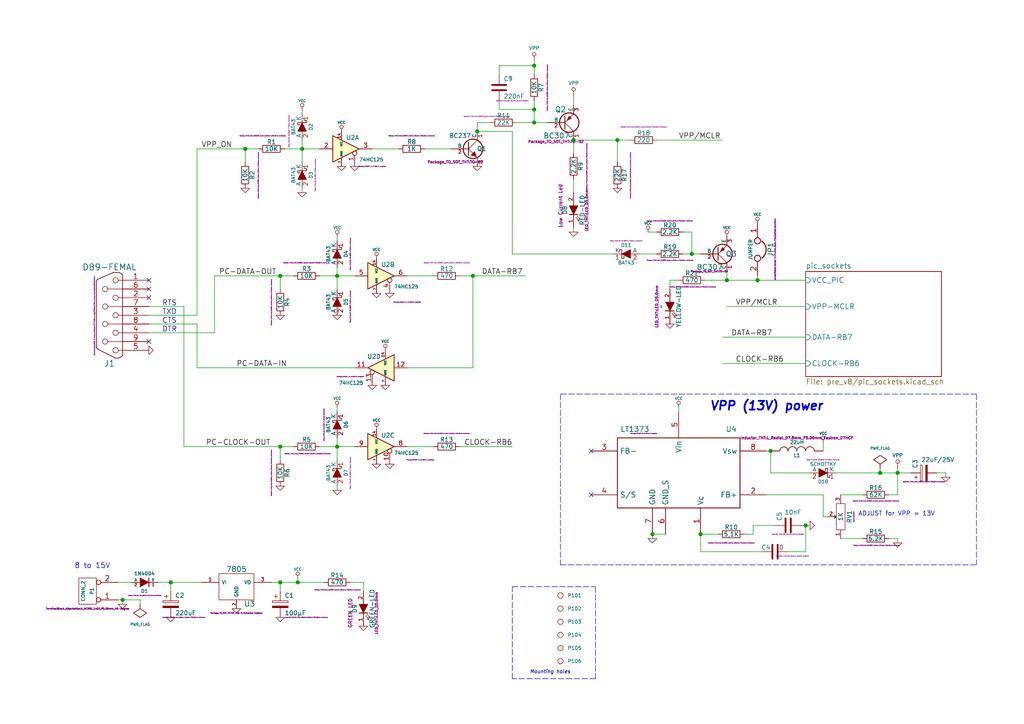
<source format=kicad_sch>
(kicad_sch (version 20250114) (generator "eeschema") (generator_version "9.0")
  (paper "A4")
  (title_block (title "JDM - COM84 PIC Programmer with 13V DC/DC converter") (date "05 jan 2014") (rev "2") (company "KiCad"))
  (lib_symbols
    (symbol "pic_programmer_schlib:74LS125" (pin_names (offset 0.254))
      (property "Reference" "U" (at 5.08 3.81 0))
      (property "Value" "74LS125" (at 7.62 -2.54 0))
      (symbol "74LS125_0_0"
        (pin power_in line (at -1.27 5.08 270) (length 2.54) (name "VCC") (number "14"))
        (pin power_in line (at -1.27 -5.08 90) (length 2.54) (name "GND") (number "7"))
      )
      (symbol "74LS125_1_0"
        (pin input line (at -7.62 0 0) (length 3.81) (name "~") (number "2"))
        (pin input inverted (at 2.54 -5.08 90) (length 4.445) (name "~") (number "1"))
        (pin tri_state line (at 7.62 0 180) (length 3.81) (name "~") (number "3"))
      )
      (symbol "74LS125_2_0"
        (pin input line (at -7.62 0 0) (length 3.81) (name "~") (number "5"))
        (pin input inverted (at 2.54 -5.08 90) (length 4.445) (name "~") (number "4"))
        (pin tri_state line (at 7.62 0 180) (length 3.81) (name "~") (number "6"))
      )
      (symbol "74LS125_3_0"
        (pin input line (at -7.62 0 0) (length 3.81) (name "~") (number "9"))
        (pin input inverted (at 2.54 -5.08 90) (length 4.445) (name "~") (number "10"))
        (pin tri_state line (at 7.62 0 180) (length 3.81) (name "~") (number "8"))
      )
      (symbol "74LS125_4_0"
        (pin input line (at -7.62 0 0) (length 3.81) (name "~") (number "12"))
        (pin input inverted (at 2.54 -5.08 90) (length 4.445) (name "~") (number "13"))
        (pin tri_state line (at 7.62 0 180) (length 3.81) (name "~") (number "11"))
      )
    )
    (symbol "pic_programmer_schlib:7805" (pin_names (offset 0.762))
      (property "Reference" "U" (at 3.81 -4.9784 0))
      (property "Value" "7805" (at 0 5.08 0))
      (symbol "7805_1_1"
        (pin input line (at -10.16 1.27 0) (length 5.08) (name "VI") (number "1"))
        (pin input line (at 0 -6.35 90) (length 2.54) (name "GND") (number "2"))
        (pin power_out line (at 10.16 1.27 180) (length 5.08) (name "VO") (number "3"))
      )
    )
    (symbol "pic_programmer_schlib:BC237" (pin_names (offset 0))
      (property "Reference" "Q" (at 0 -3.81 0))
      (property "Value" "BC237" (at 0 3.81 0))
      (property "Footprint" "Package_TO_SOT_THT:TO-92" (at -2.54 -5.08 0))
      (symbol "BC237_1_1"
        (pin input line (at -5.08 0 0) (length 5.08) (name "B") (number "2"))
        (pin passive line (at 2.54 5.08 270) (length 2.54) (name "C") (number "1"))
        (pin passive line (at 2.54 -5.08 90) (length 2.54) (name "E") (number "3"))
      )
    )
    (symbol "pic_programmer_schlib:BC307" (pin_names (offset 0))
      (property "Reference" "Q" (at -1.27 -3.81 0))
      (property "Value" "BC307" (at 0 3.81 0))
      (property "Footprint" "Package_TO_SOT_THT:TO-92" (at -2.54 -5.08 0))
      (symbol "BC307_1_1"
        (pin input line (at -5.08 0 0) (length 5.08) (name "B") (number "2"))
        (pin passive line (at 2.54 5.08 270) (length 2.54) (name "C") (number "1"))
        (pin passive line (at 2.54 -5.08 90) (length 2.54) (name "E") (number "3"))
      )
    )
    (symbol "pic_programmer_schlib:C" (pin_numbers (hide yes)) (pin_names (offset 0.254))
      (property "Reference" "C" (at 0.635 2.54 0))
      (property "Value" "C" (at 0.635 -2.54 0))
      (symbol "C_1_1"
        (pin passive line (at 0 3.81 270) (length 2.794) (name "~") (number "1"))
        (pin passive line (at 0 -3.81 90) (length 2.794) (name "~") (number "2"))
      )
    )
    (symbol "pic_programmer_schlib:CONN_2" (pin_names (offset 1.016) (hide yes))
      (property "Reference" "P" (at -1.27 0 90))
      (property "Value" "CONN_2" (at 1.27 0 90))
      (symbol "CONN_2_1_1"
        (pin passive inverted (at -8.89 2.54 0) (length 6.35) (name "P1") (number "1"))
        (pin passive inverted (at -8.89 -2.54 0) (length 6.35) (name "PM") (number "2"))
      )
    )
    (symbol "pic_programmer_schlib:CP" (pin_numbers (hide yes)) (pin_names (offset 0.254))
      (property "Reference" "C" (at 0.635 2.54 0))
      (property "Value" "CP" (at 0.635 -2.54 0))
      (symbol "CP_1_1"
        (pin passive line (at 0 3.81 270) (length 2.794) (name "~") (number "1"))
        (pin passive line (at 0 -3.81 90) (length 2.794) (name "~") (number "2"))
      )
    )
    (symbol "pic_programmer_schlib:D" (pin_names (offset 0))
      (property "Reference" "D" (at 0 2.54 0))
      (property "Value" "D" (at 0 -2.54 0))
      (symbol "D_1_1"
        (pin passive line (at -3.81 0 0) (length 2.54) (name "K") (number "1"))
        (pin passive line (at 3.81 0 180) (length 2.54) (name "A") (number "2"))
      )
    )
    (symbol "pic_programmer_schlib:DB9" (pin_names (offset 1.016) (hide yes))
      (property "Reference" "J" (at 0 13.97 0))
      (property "Value" "DB9" (at 0 -13.97 0))
      (symbol "DB9_1_1"
        (pin passive line (at -11.43 10.16 0) (length 7.62) (name "5") (number "5"))
        (pin passive line (at -11.43 7.62 0) (length 7.62) (name "P9") (number "9"))
        (pin passive line (at -11.43 5.08 0) (length 7.62) (name "4") (number "4"))
        (pin passive line (at -11.43 2.54 0) (length 7.62) (name "P8") (number "8"))
        (pin passive line (at -11.43 0 0) (length 7.62) (name "3") (number "3"))
        (pin passive line (at -11.43 -2.54 0) (length 7.62) (name "P7") (number "7"))
        (pin passive line (at -11.43 -5.08 0) (length 7.62) (name "2") (number "2"))
        (pin passive line (at -11.43 -7.62 0) (length 7.62) (name "P6") (number "6"))
        (pin passive line (at -11.43 -10.16 0) (length 7.62) (name "1") (number "1"))
      )
    )
    (symbol "pic_programmer_schlib:D_Schottky" (pin_names (offset 0))
      (property "Reference" "D" (at 0 2.54 0))
      (property "Value" "D_Schottky" (at 0 -2.54 0))
      (symbol "D_Schottky_1_1"
        (pin passive line (at -3.81 0 0) (length 2.54) (name "K") (number "1"))
        (pin passive line (at 3.81 0 180) (length 2.54) (name "A") (number "2"))
      )
    )
    (symbol "pic_programmer_schlib:GND" (power) (pin_names (offset 0))
      (symbol "GND_1_1"
        (pin power_in line (at 0 0 90) (length 0) (hide yes) (name "GND") (number "1"))
      )
    )
    (symbol "pic_programmer_schlib:INDUCTOR" (pin_numbers (hide yes)) (pin_names (offset 1.016) (hide yes))
      (property "Reference" "L" (at -1.27 0 90))
      (property "Value" "INDUCTOR" (at 2.54 0 90))
      (symbol "INDUCTOR_1_1"
        (pin passive line (at 0 7.62 270) (length 2.54) (name "1") (number "1"))
        (pin passive line (at 0 -7.62 90) (length 2.54) (name "2") (number "2"))
      )
    )
    (symbol "pic_programmer_schlib:JUMPER" (pin_names (offset 0.762) (hide yes))
      (property "Reference" "JP" (at 0 3.81 0))
      (property "Value" "JUMPER" (at 0 -2.032 0))
      (symbol "JUMPER_0_1"
        (pin passive line (at -7.62 0 0) (length 4.191) (name "1") (number "1"))
        (pin passive line (at 7.62 0 180) (length 4.191) (name "2") (number "2"))
      )
    )
    (symbol "pic_programmer_schlib:LED" (pin_names (offset 1.016) (hide yes))
      (property "Reference" "D" (at 0 2.54 0))
      (property "Value" "LED" (at 0 -2.54 0))
      (symbol "LED_1_1"
        (pin passive line (at -5.08 0 0) (length 3.81) (name "K") (number "1"))
        (pin passive line (at 5.08 0 180) (length 3.81) (name "A") (number "2"))
      )
    )
    (symbol "pic_programmer_schlib:LT1373" (pin_names (offset 0.762))
      (property "Reference" "U" (at 15.24 12.7 0))
      (property "Value" "LT1373" (at -12.7 12.7 0))
      (symbol "LT1373_1_1"
        (pin passive line (at -25.4 6.35 0) (length 7.62) (name "FB-") (number "3"))
        (pin passive line (at -25.4 -6.35 0) (length 7.62) (name "S/S") (number "4"))
        (pin input line (at -7.62 -17.78 90) (length 7.62) (name "GND") (number "7"))
        (pin input line (at -3.81 -17.78 90) (length 7.62) (name "GND_S") (number "6"))
        (pin power_in line (at 0 17.78 270) (length 7.62) (name "Vin") (number "5"))
        (pin input line (at 6.35 -17.78 90) (length 7.62) (name "Vc") (number "1"))
        (pin input line (at 25.4 6.35 180) (length 7.62) (name "Vsw") (number "8"))
        (pin input line (at 25.4 -6.35 180) (length 7.62) (name "FB+") (number "2"))
      )
    )
    (symbol "pic_programmer_schlib:MOUNTING_HOLE" (pin_numbers (hide yes)) (pin_names (offset 0.762) (hide yes))
      (property "Reference" "P" (at 2.032 0 0))
    )
    (symbol "pic_programmer_schlib:POT" (pin_names (offset 1.016) (hide yes))
      (property "Reference" "RV" (at 0 -2.54 0))
      (property "Value" "POT" (at 0 0 0))
      (symbol "POT_1_1"
        (pin passive line (at -6.35 0 0) (length 2.54) (name "1") (number "1"))
        (pin passive line (at 0 3.81 270) (length 2.032) (name "2") (number "2"))
        (pin passive line (at 6.35 0 180) (length 2.54) (name "3") (number "3"))
      )
    )
    (symbol "pic_programmer_schlib:PWR_FLAG" (power) (pin_numbers (hide yes)) (pin_names (offset 0) (hide yes))
      (property "Value" "PWR_FLAG" (at 0 4.572 0))
      (symbol "PWR_FLAG_0_0"
        (pin power_out line (at 0 0 90) (length 0) (name "pwr") (number "1"))
      )
    )
    (symbol "pic_programmer_schlib:R" (pin_numbers (hide yes)) (pin_names (offset 0))
      (property "Reference" "R" (at 2.032 0 90))
      (property "Value" "R" (at 0 0 90))
      (symbol "R_1_1"
        (pin passive line (at 0 3.81 270) (length 1.27) (name "~") (number "1"))
        (pin passive line (at 0 -3.81 90) (length 1.27) (name "~") (number "2"))
      )
    )
    (symbol "pic_programmer_schlib:VCC" (power) (pin_names (offset 0))
      (property "Value" "VCC" (at 0 2.54 0))
      (symbol "VCC_0_0"
        (pin power_in line (at 0 0 90) (length 0) (hide yes) (name "VCC") (number "1"))
      )
    )
    (symbol "pic_programmer_schlib:VPP" (pin_names (offset 0))
      (property "Value" "VPP" (at 0 3.81 0))
      (symbol "VPP_0_0"
        (pin power_in line (at 0 0 90) (length 0) (hide yes) (name "VPP") (number "1"))
      )
    )
  )
  (text "ADJUST for VPP = 13V" (at 248.92 149.86 0) (effects (font (size 1.27 1.27)) (justify left bottom)))
  (text "8 to 15V" (at 21.59 165.1 0) (effects (font (size 1.524 1.524)) (justify left bottom)))
  (text "VPP (13V) power" (at 205.74 119.38 0) (effects (font (size 2.54 2.54) (thickness 0.508) (bold yes) (italic yes)) (justify left bottom)))
  (text "RTS" (at 46.99 88.9 0) (effects (font (size 1.524 1.524)) (justify left bottom)))
  (text "TXD" (at 46.99 91.44 0) (effects (font (size 1.524 1.524)) (justify left bottom)))
  (text "CTS" (at 46.99 93.98 0) (effects (font (size 1.524 1.524)) (justify left bottom)))
  (text "DTR" (at 46.99 96.52 0) (effects (font (size 1.524 1.524)) (justify left bottom)))
  (text "Mounting holes" (at 153.67 195.58 0) (effects (font (size 1.016 1.016) (italic yes)) (justify left bottom)))
  (junction (at 81.28 80.01) (diameter 1.016))
  (junction (at 97.79 129.54) (diameter 1.016))
  (junction (at 179.07 40.64) (diameter 1.016))
  (junction (at 35.56 173.99) (diameter 1.016))
  (junction (at 255.27 137.16) (diameter 1.016))
  (junction (at 71.12 43.18) (diameter 1.016))
  (junction (at 260.35 137.16) (diameter 1.016))
  (junction (at 154.94 31.75) (diameter 1.016))
  (junction (at 87.63 43.18) (diameter 1.016))
  (junction (at 166.37 40.64) (diameter 1.016))
  (junction (at 203.2 154.94) (diameter 1.016))
  (junction (at 81.28 168.91) (diameter 1.016))
  (junction (at 86.36 168.91) (diameter 1.016))
  (junction (at 137.16 80.01) (diameter 1.016))
  (junction (at 223.52 130.81) (diameter 1.016))
  (junction (at 49.53 168.91) (diameter 1.016))
  (junction (at 97.79 80.01) (diameter 1.016))
  (junction (at 138.43 38.1) (diameter 1.016))
  (junction (at 154.94 35.56) (diameter 1.016))
  (junction (at 81.28 129.54) (diameter 1.016))
  (junction (at 219.71 81.28) (diameter 1.016))
  (junction (at 189.23 154.94) (diameter 1.016))
  (junction (at 200.66 73.66) (diameter 1.016))
  (junction (at 210.82 81.28) (diameter 1.016))
  (junction (at 233.68 152.4) (diameter 1.016))
  (junction (at 154.94 19.05) (diameter 1.016))
  (no_connect (at 171.45 130.81))
  (no_connect (at 43.18 81.28))
  (no_connect (at 43.18 86.36))
  (no_connect (at 43.18 99.06))
  (no_connect (at 43.18 83.82))
  (no_connect (at 171.45 143.51))
  (wire (pts (xy 87.63 43.18) (xy 87.63 46.99)))
  (polyline (pts (xy 172.72 196.85) (xy 148.59 196.85)) (stroke (width 0) (type dash)))
  (wire (pts (xy 97.79 129.54) (xy 102.87 129.54)))
  (wire (pts (xy 102.87 106.68) (xy 57.15 106.68)))
  (wire (pts (xy 250.19 156.21) (xy 243.84 156.21)))
  (wire (pts (xy 105.41 168.91) (xy 101.6 168.91)))
  (wire (pts (xy 57.15 106.68) (xy 57.15 93.98)))
  (wire (pts (xy 250.19 143.51) (xy 243.84 143.51)))
  (wire (pts (xy 38.1 168.91) (xy 34.29 168.91)))
  (wire (pts (xy 234.95 137.16) (xy 223.52 137.16)))
  (wire (pts (xy 166.37 66.04) (xy 166.37 67.31)))
  (wire (pts (xy 133.35 80.01) (xy 137.16 80.01)))
  (wire (pts (xy 260.35 137.16) (xy 260.35 143.51)))
  (wire (pts (xy 208.28 154.94) (xy 203.2 154.94)))
  (wire (pts (xy 138.43 35.56) (xy 142.24 35.56)))
  (wire (pts (xy 255.27 137.16) (xy 260.35 137.16)))
  (wire (pts (xy 260.35 156.21) (xy 260.35 157.48)))
  (wire (pts (xy 200.66 73.66) (xy 200.66 67.31)))
  (wire (pts (xy 92.71 129.54) (xy 97.79 129.54)))
  (wire (pts (xy 200.66 67.31) (xy 198.12 67.31)))
  (wire (pts (xy 130.81 43.18) (xy 123.19 43.18)))
  (wire (pts (xy 97.79 68.58) (xy 97.79 69.85)))
  (wire (pts (xy 86.36 168.91) (xy 86.36 167.64)))
  (wire (pts (xy 35.56 173.99) (xy 40.64 173.99)))
  (wire (pts (xy 274.32 137.16) (xy 274.32 138.43)))
  (wire (pts (xy 179.07 46.99) (xy 179.07 40.64)))
  (wire (pts (xy 232.41 152.4) (xy 233.68 152.4)))
  (wire (pts (xy 271.78 137.16) (xy 274.32 137.16)))
  (wire (pts (xy 189.23 154.94) (xy 193.04 154.94)))
  (wire (pts (xy 198.12 73.66) (xy 200.66 73.66)))
  (wire (pts (xy 43.18 93.98) (xy 57.15 93.98)))
  (wire (pts (xy 138.43 35.56) (xy 138.43 38.1)))
  (wire (pts (xy 144.78 19.05) (xy 154.94 19.05)))
  (wire (pts (xy 57.15 91.44) (xy 43.18 91.44)))
  (wire (pts (xy 233.68 152.4) (xy 234.95 152.4)))
  (wire (pts (xy 81.28 80.01) (xy 85.09 80.01)))
  (wire (pts (xy 138.43 38.1) (xy 148.59 38.1)))
  (wire (pts (xy 148.59 73.66) (xy 177.8 73.66)))
  (wire (pts (xy 35.56 175.26) (xy 35.56 173.99)))
  (wire (pts (xy 137.16 80.01) (xy 152.4 80.01)))
  (wire (pts (xy 81.28 168.91) (xy 86.36 168.91)))
  (wire (pts (xy 238.76 149.86) (xy 238.76 143.51)))
  (wire (pts (xy 118.11 80.01) (xy 125.73 80.01)))
  (wire (pts (xy 204.47 81.28) (xy 210.82 81.28)))
  (wire (pts (xy 49.53 171.45) (xy 49.53 168.91)))
  (wire (pts (xy 210.82 81.28) (xy 210.82 78.74)))
  (wire (pts (xy 53.34 129.54) (xy 81.28 129.54)))
  (wire (pts (xy 78.74 168.91) (xy 81.28 168.91)))
  (wire (pts (xy 190.5 40.64) (xy 209.55 40.64)))
  (wire (pts (xy 154.94 29.21) (xy 154.94 31.75)))
  (wire (pts (xy 148.59 38.1) (xy 148.59 73.66)))
  (wire (pts (xy 210.82 81.28) (xy 219.71 81.28)))
  (wire (pts (xy 87.63 54.61) (xy 87.63 55.88)))
  (wire (pts (xy 187.96 67.31) (xy 190.5 67.31)))
  (wire (pts (xy 240.03 149.86) (xy 238.76 149.86)))
  (wire (pts (xy 194.31 83.82) (xy 194.31 81.28)))
  (wire (pts (xy 189.23 156.21) (xy 189.23 154.94)))
  (wire (pts (xy 115.57 43.18) (xy 107.95 43.18)))
  (wire (pts (xy 238.76 128.27) (xy 238.76 130.81)))
  (wire (pts (xy 34.29 173.99) (xy 35.56 173.99)))
  (wire (pts (xy 228.6 160.02) (xy 233.68 160.02)))
  (polyline (pts (xy 283.21 114.3) (xy 283.21 163.83)) (stroke (width 0) (type dash)))
  (wire (pts (xy 71.12 43.18) (xy 74.93 43.18)))
  (wire (pts (xy 260.35 137.16) (xy 264.16 137.16)))
  (wire (pts (xy 203.2 160.02) (xy 220.98 160.02)))
  (wire (pts (xy 166.37 30.48) (xy 166.37 27.94)))
  (wire (pts (xy 86.36 168.91) (xy 93.98 168.91)))
  (wire (pts (xy 219.71 81.28) (xy 233.68 81.28)))
  (wire (pts (xy 97.79 77.47) (xy 97.79 80.01)))
  (wire (pts (xy 57.15 43.18) (xy 71.12 43.18)))
  (wire (pts (xy 260.35 156.21) (xy 257.81 156.21)))
  (wire (pts (xy 233.68 160.02) (xy 233.68 152.4)))
  (wire (pts (xy 62.23 96.52) (xy 62.23 80.01)))
  (wire (pts (xy 53.34 88.9) (xy 43.18 88.9)))
  (wire (pts (xy 62.23 96.52) (xy 43.18 96.52)))
  (wire (pts (xy 210.82 88.9) (xy 233.68 88.9)))
  (wire (pts (xy 154.94 31.75) (xy 154.94 35.56)))
  (polyline (pts (xy 148.59 196.85) (xy 148.59 170.18)) (stroke (width 0) (type dash)))
  (wire (pts (xy 149.86 35.56) (xy 154.94 35.56)))
  (wire (pts (xy 87.63 33.02) (xy 87.63 31.75)))
  (wire (pts (xy 137.16 106.68) (xy 137.16 80.01)))
  (wire (pts (xy 218.44 152.4) (xy 218.44 154.94)))
  (wire (pts (xy 144.78 19.05) (xy 144.78 21.59)))
  (wire (pts (xy 57.15 43.18) (xy 57.15 91.44)))
  (wire (pts (xy 200.66 73.66) (xy 203.2 73.66)))
  (wire (pts (xy 144.78 31.75) (xy 154.94 31.75)))
  (wire (pts (xy 45.72 168.91) (xy 49.53 168.91)))
  (polyline (pts (xy 172.72 170.18) (xy 172.72 196.85)) (stroke (width 0) (type dash)))
  (wire (pts (xy 219.71 81.28) (xy 219.71 80.01)))
  (wire (pts (xy 223.52 137.16) (xy 223.52 130.81)))
  (wire (pts (xy 81.28 129.54) (xy 85.09 129.54)))
  (wire (pts (xy 148.59 129.54) (xy 133.35 129.54)))
  (wire (pts (xy 97.79 80.01) (xy 97.79 83.82)))
  (wire (pts (xy 97.79 80.01) (xy 102.87 80.01)))
  (wire (pts (xy 154.94 17.78) (xy 154.94 19.05)))
  (wire (pts (xy 166.37 40.64) (xy 179.07 40.64)))
  (wire (pts (xy 203.2 154.94) (xy 203.2 160.02)))
  (wire (pts (xy 87.63 43.18) (xy 92.71 43.18)))
  (wire (pts (xy 260.35 143.51) (xy 257.81 143.51)))
  (wire (pts (xy 194.31 81.28) (xy 196.85 81.28)))
  (wire (pts (xy 166.37 40.64) (xy 166.37 44.45)))
  (wire (pts (xy 179.07 40.64) (xy 182.88 40.64)))
  (wire (pts (xy 105.41 171.45) (xy 105.41 168.91)))
  (wire (pts (xy 81.28 133.35) (xy 81.28 129.54)))
  (polyline (pts (xy 162.56 163.83) (xy 283.21 163.83)) (stroke (width 0) (type dash)))
  (wire (pts (xy 260.35 135.89) (xy 260.35 137.16)))
  (wire (pts (xy 53.34 129.54) (xy 53.34 88.9)))
  (wire (pts (xy 81.28 83.82) (xy 81.28 80.01)))
  (wire (pts (xy 154.94 35.56) (xy 158.75 35.56)))
  (wire (pts (xy 62.23 80.01) (xy 81.28 80.01)))
  (wire (pts (xy 87.63 40.64) (xy 87.63 43.18)))
  (wire (pts (xy 190.5 73.66) (xy 185.42 73.66)))
  (wire (pts (xy 81.28 168.91) (xy 81.28 171.45)))
  (wire (pts (xy 224.79 152.4) (xy 218.44 152.4)))
  (wire (pts (xy 255.27 135.89) (xy 255.27 137.16)))
  (polyline (pts (xy 162.56 114.3) (xy 162.56 163.83)) (stroke (width 0) (type dash)))
  (wire (pts (xy 97.79 142.24) (xy 97.79 140.97)))
  (wire (pts (xy 233.68 97.79) (xy 209.55 97.79)))
  (wire (pts (xy 144.78 29.21) (xy 144.78 31.75)))
  (wire (pts (xy 118.11 106.68) (xy 137.16 106.68)))
  (wire (pts (xy 92.71 80.01) (xy 97.79 80.01)))
  (wire (pts (xy 82.55 43.18) (xy 87.63 43.18)))
  (wire (pts (xy 218.44 154.94) (xy 215.9 154.94)))
  (wire (pts (xy 166.37 52.07) (xy 166.37 55.88)))
  (wire (pts (xy 40.64 173.99) (xy 40.64 175.26)))
  (wire (pts (xy 125.73 129.54) (xy 118.11 129.54)))
  (wire (pts (xy 97.79 119.38) (xy 97.79 118.11)))
  (polyline (pts (xy 148.59 170.18) (xy 172.72 170.18)) (stroke (width 0) (type dash)))
  (wire (pts (xy 97.79 129.54) (xy 97.79 133.35)))
  (wire (pts (xy 97.79 127) (xy 97.79 129.54)))
  (wire (pts (xy 196.85 119.38) (xy 196.85 118.11)))
  (wire (pts (xy 233.68 105.41) (xy 209.55 105.41)))
  (wire (pts (xy 242.57 137.16) (xy 255.27 137.16)))
  (wire (pts (xy 154.94 19.05) (xy 154.94 21.59)))
  (wire (pts (xy 223.52 130.81) (xy 222.25 130.81)))
  (wire (pts (xy 49.53 168.91) (xy 58.42 168.91)))
  (wire (pts (xy 71.12 46.99) (xy 71.12 43.18)))
  (wire (pts (xy 238.76 143.51) (xy 222.25 143.51)))
  (polyline (pts (xy 283.21 114.3) (xy 162.56 114.3)) (stroke (width 0) (type dash)))
  (label "DATA-RB7" (at 139.7 80.01 0) (effects (font (size 1.524 1.524))))
  (label "CLOCK-RB6" (at 134.62 129.54 0) (effects (font (size 1.524 1.524))))
  (label "PC-DATA-IN" (at 68.58 106.68 0) (effects (font (size 1.524 1.524))))
  (label "CLOCK-RB6" (at 213.36 105.41 0) (effects (font (size 1.524 1.524))))
  (label "PC-DATA-OUT" (at 63.5 80.01 0) (effects (font (size 1.524 1.524))))
  (label "VPP/MCLR" (at 196.85 40.64 0) (effects (font (size 1.524 1.524))))
  (label "VPP_ON" (at 58.42 43.18 0) (effects (font (size 1.524 1.524))))
  (label "PC-CLOCK-OUT" (at 59.69 129.54 0) (effects (font (size 1.524 1.524))))
  (label "VPP/MCLR" (at 213.36 88.9 0) (effects (font (size 1.524 1.524))))
  (label "DATA-RB7" (at 212.09 97.79 0) (effects (font (size 1.524 1.524))))
  (symbol (lib_id "pic_programmer_schlib:DB9") (at 31.75 91.44 180) (unit 1)
    (property "Reference" "J1" (at 31.75 105.41 0) (effects (font (size 1.778 1.778))))
    (property "Value" "DB9-FEMAL" (at 31.75 77.47 0) (effects (font (size 1.778 1.778))))
    (property "Footprint" "Connector_Dsub:DSUB-9_Female_Horizontal_P2.77x2.84mm_EdgePinOffset7.70mm_Housed_MountingHolesOffset9.12mm" (at 27.3812 91.5416 90) (effects (font (size 0.254 0.254))))
  )
  (symbol (lib_id "pic_programmer_schlib:74LS125") (at 100.33 43.18 0) (unit 1)
    (property "Reference" "U2" (at 100.33 40.64 0) (effects (justify left bottom)))
    (property "Value" "74HC125" (at 104.14 45.72 0) (effects (font (size 1.016 1.016)) (justify left top)))
    (property "Footprint" "Package_DIP:DIP-14_W7.62mm_LongPads" (at 107.95 48.26 0) (effects (font (size 0.254 0.254))))
  )
  (symbol (lib_id "pic_programmer_schlib:R") (at 78.74 43.18 90) (unit 1)
    (property "Reference" "R1" (at 78.74 41.148 90))
    (property "Value" "10K" (at 78.74 43.18 90))
    (property "Footprint" "Resistor_THT:R_Axial_DIN0207_L6.3mm_D2.5mm_P10.16mm_Horizontal" (at 76.2 39.37 90) (effects (font (size 0.254 0.254))))
  )
  (symbol (lib_id "pic_programmer_schlib:R") (at 71.12 50.8 0) (unit 1)
    (property "Reference" "R2" (at 73.152 50.8 90))
    (property "Value" "10K" (at 71.12 50.8 90))
    (property "Footprint" "Resistor_THT:R_Axial_DIN0207_L6.3mm_D2.5mm_P10.16mm_Horizontal" (at 74.93 50.8 90) (effects (font (size 0.254 0.254))))
  )
  (symbol (lib_id "pic_programmer_schlib:D_Schottky") (at 87.63 36.83 270) (unit 1)
    (property "Reference" "D2" (at 90.17 36.83 0) (effects (font (size 1.016 1.016))))
    (property "Value" "BAT43" (at 85.09 36.83 0) (effects (font (size 1.016 1.016))))
    (property "Footprint" "Diode_THT:D_DO-35_SOD27_P7.62mm_Horizontal" (at 83.82 38.1 0) (effects (font (size 0.254 0.254))))
  )
  (symbol (lib_id "pic_programmer_schlib:D_Schottky") (at 87.63 50.8 270) (unit 1)
    (property "Reference" "D3" (at 90.17 50.8 0) (effects (font (size 1.016 1.016))))
    (property "Value" "BAT43" (at 85.09 50.8 0) (effects (font (size 1.016 1.016))))
    (property "Footprint" "Diode_THT:D_DO-35_SOD27_P7.62mm_Horizontal" (at 91.44 50.8 0) (effects (font (size 0.254 0.254))))
  )
  (symbol (lib_id "pic_programmer_schlib:GND") (at 102.87 48.26 0) (unit 1)
    (property "Reference" "#PWR035" (effects (hide yes)))
    (property "Value" "GND" (effects (hide yes)))
  )
  (symbol (lib_id "pic_programmer_schlib:GND") (at 87.63 55.88 0) (unit 1)
    (property "Reference" "#PWR034" (effects (hide yes)))
    (property "Value" "GND" (effects (hide yes)))
  )
  (symbol (lib_id "pic_programmer_schlib:VCC") (at 87.63 31.75 0) (unit 1)
    (property "Reference" "#PWR033" (effects (hide yes)))
    (property "Value" "VCC" (at 87.63 29.21 0) (effects (font (size 0.762 0.762))))
  )
  (symbol (lib_id "pic_programmer_schlib:74LS125") (at 110.49 80.01 0) (unit 2)
    (property "Reference" "U2" (at 110.49 77.47 0) (effects (justify left bottom)))
    (property "Value" "74HC125" (at 114.3 82.55 0) (effects (font (size 1.016 1.016)) (justify left top)))
    (property "Footprint" "Package_DIP:DIP-14_W7.62mm_LongPads" (at 118.11 87.63 0) (effects (font (size 0.254 0.254))))
  )
  (symbol (lib_id "pic_programmer_schlib:R") (at 88.9 80.01 90) (unit 1)
    (property "Reference" "R3" (at 88.9 77.978 90))
    (property "Value" "10K" (at 88.9 80.01 90))
    (property "Footprint" "Resistor_THT:R_Axial_DIN0207_L6.3mm_D2.5mm_P10.16mm_Horizontal" (at 88.9 76.2 90) (effects (font (size 0.254 0.254))))
  )
  (symbol (lib_id "pic_programmer_schlib:R") (at 81.28 87.63 0) (unit 1)
    (property "Reference" "R4" (at 83.312 87.63 90))
    (property "Value" "10K" (at 81.28 87.63 90))
    (property "Footprint" "Resistor_THT:R_Axial_DIN0207_L6.3mm_D2.5mm_P10.16mm_Horizontal" (at 78.74 87.63 90) (effects (font (size 0.254 0.254))))
  )
  (symbol (lib_id "pic_programmer_schlib:D_Schottky") (at 97.79 73.66 270) (unit 1)
    (property "Reference" "D4" (at 100.33 73.66 0) (effects (font (size 1.016 1.016))))
    (property "Value" "BAT43" (at 95.25 73.66 0) (effects (font (size 1.016 1.016))))
    (property "Footprint" "Diode_THT:D_DO-35_SOD27_P7.62mm_Horizontal" (at 101.6 73.66 0) (effects (font (size 0.254 0.254))))
  )
  (symbol (lib_id "pic_programmer_schlib:D_Schottky") (at 97.79 87.63 270) (unit 1)
    (property "Reference" "D5" (at 100.33 87.63 0) (effects (font (size 1.016 1.016))))
    (property "Value" "BAT43" (at 95.25 87.63 0) (effects (font (size 1.016 1.016))))
    (property "Footprint" "Diode_THT:D_DO-35_SOD27_P7.62mm_Horizontal" (at 101.6 88.9 0) (effects (font (size 0.254 0.254))))
  )
  (symbol (lib_id "pic_programmer_schlib:GND") (at 113.03 85.09 0) (unit 1)
    (property "Reference" "#PWR032" (effects (hide yes)))
    (property "Value" "GND" (effects (hide yes)))
  )
  (symbol (lib_id "pic_programmer_schlib:GND") (at 97.79 91.44 0) (unit 1)
    (property "Reference" "#PWR031" (effects (hide yes)))
    (property "Value" "GND" (effects (hide yes)))
  )
  (symbol (lib_id "pic_programmer_schlib:VCC") (at 97.79 68.58 0) (unit 1)
    (property "Reference" "#PWR030" (effects (hide yes)))
    (property "Value" "VCC" (at 97.79 66.04 0) (effects (font (size 0.762 0.762))))
  )
  (symbol (lib_id "pic_programmer_schlib:74LS125") (at 110.49 129.54 0) (unit 3)
    (property "Reference" "U2" (at 110.49 127 0) (effects (justify left bottom)))
    (property "Value" "74HC125" (at 114.3 130.81 0) (effects (font (size 1.016 1.016)) (justify left top)))
    (property "Footprint" "Package_DIP:DIP-14_W7.62mm_LongPads" (at 121.92 133.35 0) (effects (font (size 0.254 0.254))))
  )
  (symbol (lib_id "pic_programmer_schlib:R") (at 88.9 129.54 90) (unit 1)
    (property "Reference" "R5" (at 88.9 127.508 90))
    (property "Value" "10K" (at 88.9 129.54 90))
    (property "Footprint" "Resistor_THT:R_Axial_DIN0207_L6.3mm_D2.5mm_P10.16mm_Horizontal" (at 89.2048 131.572 90) (effects (font (size 0.254 0.254))))
  )
  (symbol (lib_id "pic_programmer_schlib:R") (at 81.28 137.16 0) (unit 1)
    (property "Reference" "R6" (at 83.312 137.16 90))
    (property "Value" "10K" (at 81.28 137.16 90))
    (property "Footprint" "Resistor_THT:R_Axial_DIN0207_L6.3mm_D2.5mm_P10.16mm_Horizontal" (at 78.74 137.16 90) (effects (font (size 0.254 0.254))))
  )
  (symbol (lib_id "pic_programmer_schlib:D_Schottky") (at 97.79 123.19 270) (unit 1)
    (property "Reference" "D6" (at 100.33 123.19 0) (effects (font (size 1.016 1.016))))
    (property "Value" "BAT43" (at 95.25 123.19 0) (effects (font (size 1.016 1.016))))
    (property "Footprint" "Diode_THT:D_DO-35_SOD27_P7.62mm_Horizontal" (at 93.98 123.19 0) (effects (font (size 0.254 0.254))))
  )
  (symbol (lib_id "pic_programmer_schlib:D_Schottky") (at 97.79 137.16 270) (unit 1)
    (property "Reference" "D7" (at 100.33 137.16 0) (effects (font (size 1.016 1.016))))
    (property "Value" "BAT43" (at 95.25 137.16 0) (effects (font (size 1.016 1.016))))
    (property "Footprint" "Diode_THT:D_DO-35_SOD27_P7.62mm_Horizontal" (at 101.6 137.16 0) (effects (font (size 0.254 0.254))))
  )
  (symbol (lib_id "pic_programmer_schlib:GND") (at 113.03 134.62 0) (unit 1)
    (property "Reference" "#PWR029" (effects (hide yes)))
    (property "Value" "GND" (effects (hide yes)))
  )
  (symbol (lib_id "pic_programmer_schlib:GND") (at 97.79 142.24 0) (unit 1)
    (property "Reference" "#PWR028" (effects (hide yes)))
    (property "Value" "GND" (effects (hide yes)))
  )
  (symbol (lib_id "pic_programmer_schlib:VCC") (at 97.79 118.11 0) (unit 1)
    (property "Reference" "#PWR027" (effects (hide yes)))
    (property "Value" "VCC" (at 97.79 115.57 0) (effects (font (size 0.762 0.762))))
  )
  (symbol (lib_id "pic_programmer_schlib:74LS125") (at 110.49 106.68 0) (mirror y) (unit 4)
    (property "Reference" "U2" (at 110.49 104.14 0) (effects (justify left bottom)))
    (property "Value" "74HC125" (at 105.41 110.49 0) (effects (font (size 1.016 1.016)) (justify left top)))
    (property "Footprint" "Package_DIP:DIP-14_W7.62mm_LongPads" (at 101.6 109.22 0) (effects (font (size 0.254 0.254))))
  )
  (symbol (lib_id "pic_programmer_schlib:GND") (at 107.95 111.76 0) (unit 1)
    (property "Reference" "#PWR026" (effects (hide yes)))
    (property "Value" "GND" (effects (hide yes)))
  )
  (symbol (lib_id "pic_programmer_schlib:R") (at 129.54 80.01 90) (unit 1)
    (property "Reference" "R12" (at 129.54 77.978 90))
    (property "Value" "470" (at 129.54 80.01 90))
    (property "Footprint" "Resistor_THT:R_Axial_DIN0207_L6.3mm_D2.5mm_P10.16mm_Horizontal" (at 129.54 76.2 90) (effects (font (size 0.254 0.254))))
  )
  (symbol (lib_id "pic_programmer_schlib:R") (at 129.54 129.54 90) (unit 1)
    (property "Reference" "R13" (at 129.54 127.508 90))
    (property "Value" "470" (at 129.54 129.54 90))
    (property "Footprint" "Resistor_THT:R_Axial_DIN0207_L6.3mm_D2.5mm_P10.16mm_Horizontal" (at 129.54 125.73 90) (effects (font (size 0.254 0.254))))
  )
  (symbol (lib_id "pic_programmer_schlib:R") (at 119.38 43.18 90) (unit 1)
    (property "Reference" "R8" (at 119.38 41.148 90))
    (property "Value" "1K" (at 119.38 43.18 90))
    (property "Footprint" "Resistor_THT:R_Axial_DIN0207_L6.3mm_D2.5mm_P10.16mm_Horizontal" (at 119.38 39.37 90) (effects (font (size 0.254 0.254))))
  )
  (symbol (lib_id "pic_programmer_schlib:GND") (at 81.28 91.44 0) (unit 1)
    (property "Reference" "#PWR025" (effects (hide yes)))
    (property "Value" "GND" (effects (hide yes)))
  )
  (symbol (lib_id "pic_programmer_schlib:GND") (at 81.28 140.97 0) (unit 1)
    (property "Reference" "#PWR024" (effects (hide yes)))
    (property "Value" "GND" (effects (hide yes)))
  )
  (symbol (lib_id "pic_programmer_schlib:GND") (at 71.12 54.61 0) (unit 1)
    (property "Reference" "#PWR023" (effects (hide yes)))
    (property "Value" "GND" (effects (hide yes)))
  )
  (symbol (lib_id "pic_programmer_schlib:GND") (at 43.18 101.6 90) (unit 1)
    (property "Reference" "#PWR022" (effects (hide yes)))
    (property "Value" "GND" (effects (hide yes)))
  )
  (symbol (lib_id "pic_programmer_schlib:BC237") (at 135.89 43.18 0) (unit 1)
    (property "Reference" "Q1" (at 139.7 43.18 0))
    (property "Value" "BC237" (at 133.4008 39.37 0))
    (property "Footprint" "Package_TO_SOT_THT:TO-92" (at 132.08 46.99 0) (effects (font (size 0.762 0.762))))
  )
  (symbol (lib_id "pic_programmer_schlib:GND") (at 138.43 48.26 0) (unit 1)
    (property "Reference" "#PWR021" (effects (hide yes)))
    (property "Value" "GND" (effects (hide yes)))
  )
  (symbol (lib_id "pic_programmer_schlib:R") (at 146.05 35.56 90) (unit 1)
    (property "Reference" "R11" (at 146.05 33.528 90))
    (property "Value" "22K" (at 146.05 35.56 90))
    (property "Footprint" "Resistor_THT:R_Axial_DIN0207_L6.3mm_D2.5mm_P10.16mm_Horizontal" (at 141.1986 33.7566 90) (effects (font (size 0.254 0.254))))
  )
  (symbol (lib_id "pic_programmer_schlib:R") (at 154.94 25.4 0) (unit 1)
    (property "Reference" "R7" (at 156.972 25.4 90))
    (property "Value" "10K" (at 154.94 25.4 90))
    (property "Footprint" "Resistor_THT:R_Axial_DIN0207_L6.3mm_D2.5mm_P10.16mm_Horizontal" (at 158.75 25.4 90) (effects (font (size 0.254 0.254))))
  )
  (symbol (lib_id "pic_programmer_schlib:BC307") (at 163.83 35.56 0) (mirror x) (unit 1)
    (property "Reference" "Q2" (at 162.56 31.75 0) (effects (font (size 1.524 1.524))))
    (property "Value" "BC307" (at 161.3916 39.37 0) (effects (font (size 1.524 1.524))))
    (property "Footprint" "Package_TO_SOT_THT:TO-92" (at 161.2392 41.0718 0) (effects (font (size 0.762 0.762))))
  )
  (symbol (lib_id "pic_programmer_schlib:VPP") (at 154.94 17.78 0) (unit 1)
    (property "Reference" "#PWR122" (effects (hide yes)))
    (property "Value" "VPP" (at 154.94 13.97 0) (effects (font (size 1.016 1.016))))
  )
  (symbol (lib_id "pic_programmer_schlib:VPP") (at 166.37 27.94 0) (unit 1)
    (property "Reference" "#PWR123" (effects (hide yes)))
    (property "Value" "VPP" (at 166.37 24.13 0) (effects (font (size 1.016 1.016))))
  )
  (symbol (lib_id "pic_programmer_schlib:R") (at 166.37 48.26 0) (unit 1)
    (property "Reference" "R9" (at 168.402 48.26 90))
    (property "Value" "2.2K" (at 166.37 48.26 90))
    (property "Footprint" "Resistor_THT:R_Axial_DIN0207_L6.3mm_D2.5mm_P10.16mm_Horizontal" (at 170.18 48.26 90) (effects (font (size 0.254 0.254))))
  )
  (symbol (lib_id "pic_programmer_schlib:LED") (at 166.37 60.96 90) (unit 1)
    (property "Reference" "D8" (at 163.83 60.96 0))
    (property "Value" "RED-LED" (at 168.91 60.96 0))
    (property "Footprint" "LED_THT:LED_D5.0mm" (at 170.18 60.96 0) (effects (font (size 0.762 0.762))))
    (property "Champ4" "Low Current Led" (at 162.56 59.69 0) (effects (font (size 1.016 1.016))))
  )
  (symbol (lib_id "pic_programmer_schlib:CONN_2") (at 25.4 171.45 180) (unit 1)
    (property "Reference" "P1" (at 26.67 171.45 90) (effects (font (size 1.016 1.016))))
    (property "Value" "CONN_2" (at 24.13 171.45 90) (effects (font (size 1.016 1.016))))
    (property "Footprint" "TerminalBlock_Altech:Altech_AK300_1x02_P5.00mm_45-Degree" (at 25.4 176.53 0) (effects (font (size 0.508 0.508))))
  )
  (symbol (lib_id "pic_programmer_schlib:D") (at 41.91 168.91 180) (unit 1)
    (property "Reference" "D1" (at 41.91 171.45 0) (effects (font (size 1.016 1.016))))
    (property "Value" "1N4004" (at 41.91 166.37 0) (effects (font (size 1.016 1.016))))
    (property "Footprint" "Diode_THT:D_DO-35_SOD27_P12.70mm_Horizontal" (at 42.0116 172.72 0) (effects (font (size 0.254 0.254))))
  )
  (symbol (lib_id "pic_programmer_schlib:GND") (at 35.56 175.26 0) (unit 1)
    (property "Reference" "#PWR020" (effects (hide yes)))
    (property "Value" "GND" (effects (hide yes)))
  )
  (symbol (lib_id "pic_programmer_schlib:CP") (at 49.53 175.26 0) (unit 1)
    (property "Reference" "C2" (at 50.8 172.72 0) (effects (justify left)))
    (property "Value" "220uF" (at 50.8 177.8 0) (effects (justify left)))
    (property "Footprint" "Capacitor_THT:CP_Axial_L18.0mm_D6.5mm_P25.00mm_Horizontal" (at 53.34 179.07 0) (effects (font (size 0.254 0.254))))
  )
  (symbol (lib_id "pic_programmer_schlib:GND") (at 49.53 179.07 0) (unit 1)
    (property "Reference" "#PWR019" (effects (hide yes)))
    (property "Value" "GND" (effects (hide yes)))
  )
  (symbol (lib_id "pic_programmer_schlib:GND") (at 68.58 176.53 0) (unit 1)
    (property "Reference" "#PWR018" (effects (hide yes)))
    (property "Value" "GND" (effects (hide yes)))
  )
  (symbol (lib_id "pic_programmer_schlib:CP") (at 81.28 175.26 0) (unit 1)
    (property "Reference" "C1" (at 82.55 172.72 0) (effects (justify left)))
    (property "Value" "100µF" (at 82.55 177.8 0) (effects (justify left)))
    (property "Footprint" "Capacitor_THT:CP_Axial_L18.0mm_D6.5mm_P25.00mm_Horizontal" (at 88.9 179.07 0) (effects (font (size 0.254 0.254))))
  )
  (symbol (lib_id "pic_programmer_schlib:GND") (at 81.28 179.07 0) (unit 1)
    (property "Reference" "#PWR017" (effects (hide yes)))
    (property "Value" "GND" (effects (hide yes)))
  )
  (symbol (lib_id "pic_programmer_schlib:R") (at 97.79 168.91 90) (unit 1)
    (property "Reference" "R14" (at 97.79 166.878 90))
    (property "Value" "470" (at 97.79 168.91 90))
    (property "Footprint" "Resistor_THT:R_Axial_DIN0207_L6.3mm_D2.5mm_P10.16mm_Horizontal" (at 97.917 171.069 90) (effects (font (size 0.254 0.254))))
  )
  (symbol (lib_id "pic_programmer_schlib:LED") (at 105.41 176.53 90) (unit 1)
    (property "Reference" "D9" (at 102.87 176.53 0))
    (property "Value" "GREEN-LED" (at 107.95 176.53 0))
    (property "Footprint" "LED_THT:LED_D5.0mm" (at 109.22 177.8 0) (effects (font (size 0.762 0.762))))
    (property "Champ4" "GREEN LED" (at 101.6 177.8 0) (effects (font (size 1.016 1.016))))
  )
  (symbol (lib_id "pic_programmer_schlib:GND") (at 105.41 181.61 0) (unit 1)
    (property "Reference" "#PWR016" (effects (hide yes)))
    (property "Value" "GND" (effects (hide yes)))
  )
  (symbol (lib_id "pic_programmer_schlib:VCC") (at 86.36 167.64 0) (unit 1)
    (property "Reference" "#PWR015" (effects (hide yes)))
    (property "Value" "VCC" (at 86.36 165.1 0) (effects (font (size 0.762 0.762))))
  )
  (symbol (lib_id "pic_programmer_schlib:R") (at 179.07 50.8 0) (unit 1)
    (property "Reference" "R17" (at 181.102 50.8 90))
    (property "Value" "22K" (at 179.07 50.8 90))
    (property "Footprint" "Resistor_THT:R_Axial_DIN0207_L6.3mm_D2.5mm_P10.16mm_Horizontal" (at 182.88 50.8 90) (effects (font (size 0.254 0.254))))
  )
  (symbol (lib_id "pic_programmer_schlib:GND") (at 179.07 54.61 0) (unit 1)
    (property "Reference" "#PWR014" (effects (hide yes)))
    (property "Value" "GND" (effects (hide yes)))
  )
  (symbol (lib_id "pic_programmer_schlib:INDUCTOR") (at 231.14 130.81 90) (unit 1)
    (property "Reference" "L1" (at 231.14 132.08 90) (effects (font (size 1.016 1.016))))
    (property "Value" "22uH" (at 231.14 128.27 90) (effects (font (size 1.016 1.016))))
    (property "Footprint" "Inductor_THT:L_Radial_D7.8mm_P5.00mm_Fastron_07HCP" (at 231.14 127 90) (effects (font (size 0.762 0.762))))
  )
  (symbol (lib_id "pic_programmer_schlib:VCC") (at 196.85 118.11 0) (unit 1)
    (property "Reference" "#PWR013" (effects (hide yes)))
    (property "Value" "VCC" (at 196.85 115.57 0) (effects (font (size 0.762 0.762))))
  )
  (symbol (lib_id "pic_programmer_schlib:GND") (at 189.23 156.21 0) (unit 1)
    (property "Reference" "#PWR012" (effects (hide yes)))
    (property "Value" "GND" (effects (hide yes)))
  )
  (symbol (lib_id "pic_programmer_schlib:VPP") (at 260.35 135.89 0) (unit 1)
    (property "Reference" "#PWR134" (effects (hide yes)))
    (property "Value" "VPP" (at 260.35 132.08 0) (effects (font (size 1.016 1.016))))
  )
  (symbol (lib_id "pic_programmer_schlib:CP") (at 267.97 137.16 90) (unit 1)
    (property "Reference" "C3" (at 265.43 135.89 0) (effects (justify left)))
    (property "Value" "22uF/25V" (at 276.86 133.35 90) (effects (justify left)))
    (property "Footprint" "Capacitor_THT:C_Axial_L12.0mm_D6.5mm_P20.00mm_Horizontal" (at 267.97 139.7 90) (effects (font (size 0.254 0.254))))
  )
  (symbol (lib_id "pic_programmer_schlib:GND") (at 274.32 138.43 0) (unit 1)
    (property "Reference" "#PWR011" (effects (hide yes)))
    (property "Value" "GND" (effects (hide yes)))
  )
  (symbol (lib_id "pic_programmer_schlib:VCC") (at 238.76 128.27 0) (unit 1)
    (property "Reference" "#PWR010" (effects (hide yes)))
    (property "Value" "VCC" (at 238.76 125.73 0) (effects (font (size 0.762 0.762))))
  )
  (symbol (lib_id "pic_programmer_schlib:PWR_FLAG") (at 255.27 135.89 0) (unit 1)
    (property "Reference" "#FLG09" (effects (hide yes)))
    (property "Value" "PWR_FLAG" (at 255.27 130.048 0) (effects (font (size 0.762 0.762))))
  )
  (symbol (lib_id "pic_programmer_schlib:C") (at 228.6 152.4 90) (unit 1)
    (property "Reference" "C5" (at 226.06 151.13 0) (effects (justify left)))
    (property "Value" "10nF" (at 232.41 148.59 90) (effects (justify left)))
    (property "Footprint" "Capacitor_THT:C_Disc_D5.1mm_W3.2mm_P5.00mm" (at 228.6 154.94 90) (effects (font (size 0.254 0.254))))
  )
  (symbol (lib_id "pic_programmer_schlib:GND") (at 234.95 152.4 90) (unit 1)
    (property "Reference" "#PWR08" (effects (hide yes)))
    (property "Value" "GND" (effects (hide yes)))
  )
  (symbol (lib_id "pic_programmer_schlib:R") (at 254 156.21 90) (unit 1)
    (property "Reference" "R15" (at 254 154.178 90))
    (property "Value" "6.2K" (at 254 156.21 90))
    (property "Footprint" "Resistor_THT:R_Axial_DIN0207_L6.3mm_D2.5mm_P10.16mm_Horizontal" (at 254.2286 158.1912 90) (effects (font (size 0.254 0.254))))
  )
  (symbol (lib_id "pic_programmer_schlib:R") (at 254 143.51 90) (unit 1)
    (property "Reference" "R16" (at 254 141.478 90))
    (property "Value" "62K" (at 254 143.51 90))
    (property "Footprint" "Resistor_THT:R_Axial_DIN0207_L6.3mm_D2.5mm_P10.16mm_Horizontal" (at 254.0762 145.3134 90) (effects (font (size 0.254 0.254))))
  )
  (symbol (lib_id "pic_programmer_schlib:GND") (at 260.35 157.48 0) (unit 1)
    (property "Reference" "#PWR07" (effects (hide yes)))
    (property "Value" "GND" (effects (hide yes)))
  )
  (symbol (lib_id "pic_programmer_schlib:LT1373") (at 196.85 137.16 0) (unit 1)
    (property "Reference" "U4" (at 212.09 124.46 0) (effects (font (size 1.524 1.524))))
    (property "Value" "LT1373" (at 184.15 124.46 0) (effects (font (size 1.524 1.524))))
    (property "Footprint" "Package_DIP:DIP-8_W7.62mm_LongPads" (at 186.69 125.73 0) (effects (font (size 0.254 0.254))))
  )
  (symbol (lib_id "pic_programmer_schlib:C") (at 224.79 160.02 90) (unit 1)
    (property "Reference" "C4" (at 223.52 158.75 90) (effects (justify left)))
    (property "Value" "0" (at 227.33 158.75 90) (effects (justify left)))
    (property "Footprint" "Capacitor_THT:C_Disc_D5.1mm_W3.2mm_P5.00mm" (at 229.87 161.29 90) (effects (font (size 0.254 0.254))))
  )
  (symbol (lib_id "pic_programmer_schlib:R") (at 212.09 154.94 90) (unit 1)
    (property "Reference" "R10" (at 212.09 152.908 90))
    (property "Value" "5,1K" (at 212.09 154.94 90))
    (property "Footprint" "Resistor_THT:R_Axial_DIN0207_L6.3mm_D2.5mm_P10.16mm_Horizontal" (at 212.09 157.48 90) (effects (font (size 0.254 0.254))))
  )
  (symbol (lib_id "pic_programmer_schlib:D_Schottky") (at 238.76 137.16 180) (unit 1)
    (property "Reference" "D10" (at 238.76 139.7 0) (effects (font (size 1.016 1.016))))
    (property "Value" "SCHOTTKY" (at 238.76 134.62 0) (effects (font (size 1.016 1.016))))
    (property "Footprint" "Diode_THT:D_DO-35_SOD27_P12.70mm_Horizontal" (at 238.76 133.35 0) (effects (font (size 0.254 0.254))))
  )
  (symbol (lib_id "pic_programmer_schlib:PWR_FLAG") (at 40.64 175.26 180) (unit 1)
    (property "Reference" "#FLG06" (effects (hide yes)))
    (property "Value" "PWR_FLAG" (at 40.64 181.102 0) (effects (font (size 0.762 0.762))))
  )
  (symbol (lib_id "pic_programmer_schlib:GND") (at 166.37 67.31 0) (unit 1)
    (property "Reference" "#PWR05" (effects (hide yes)))
    (property "Value" "GND" (effects (hide yes)))
  )
  (symbol (lib_id "pic_programmer_schlib:R") (at 186.69 40.64 90) (unit 1)
    (property "Reference" "R18" (at 186.69 38.608 90))
    (property "Value" "220" (at 186.69 40.64 90))
    (property "Footprint" "Resistor_THT:R_Axial_DIN0207_L6.3mm_D2.5mm_P10.16mm_Horizontal" (at 186.69 36.83 90) (effects (font (size 0.254 0.254))))
  )
  (symbol (lib_id "pic_programmer_schlib:POT") (at 243.84 149.86 90) (unit 1)
    (property "Reference" "RV1" (at 246.38 149.86 0))
    (property "Value" "1K" (at 243.84 149.86 0))
    (property "Footprint" "footprints:RV2X4" (at 247.65 149.86 0) (effects (font (size 0.254 0.254))))
  )
  (symbol (lib_id "pic_programmer_schlib:VCC") (at 187.96 67.31 0) (unit 1)
    (property "Reference" "#PWR04" (effects (hide yes)))
    (property "Value" "VCC" (at 187.96 64.77 0) (effects (font (size 0.762 0.762))))
  )
  (symbol (lib_id "pic_programmer_schlib:BC307") (at 208.28 73.66 0) (mirror x) (unit 1)
    (property "Reference" "Q3" (at 212.09 73.66 0) (effects (font (size 1.524 1.524))))
    (property "Value" "BC307" (at 205.8416 77.47 0) (effects (font (size 1.524 1.524))))
    (property "Footprint" "Package_TO_SOT_THT:TO-92" (at 205.74 78.74 0) (effects (font (size 0.508 0.508))))
  )
  (symbol (lib_id "pic_programmer_schlib:R") (at 194.31 73.66 90) (unit 1)
    (property "Reference" "R19" (at 194.31 71.628 90))
    (property "Value" "2.2K" (at 194.31 73.66 90))
    (property "Footprint" "Resistor_THT:R_Axial_DIN0207_L6.3mm_D2.5mm_P10.16mm_Horizontal" (at 194.31 75.4888 90) (effects (font (size 0.254 0.254))))
  )
  (symbol (lib_id "pic_programmer_schlib:R") (at 194.31 67.31 90) (unit 1)
    (property "Reference" "R20" (at 194.31 65.278 90))
    (property "Value" "2.2K" (at 194.31 67.31 90))
    (property "Footprint" "Resistor_THT:R_Axial_DIN0207_L6.3mm_D2.5mm_P10.16mm_Horizontal" (at 194.31 64.0588 90) (effects (font (size 0.254 0.254))))
  )
  (symbol (lib_id "pic_programmer_schlib:R") (at 200.66 81.28 90) (unit 1)
    (property "Reference" "R21" (at 200.66 79.248 90))
    (property "Value" "470" (at 200.66 81.28 90))
    (property "Footprint" "Resistor_THT:R_Axial_DIN0207_L6.3mm_D2.5mm_P10.16mm_Horizontal" (at 200.9394 83.2104 90) (effects (font (size 0.254 0.254))))
  )
  (symbol (lib_id "pic_programmer_schlib:LED") (at 194.31 88.9 90) (unit 1)
    (property "Reference" "D12" (at 191.77 88.9 0) (effects (font (size 0.254 0.254))))
    (property "Value" "YELLOW-LED" (at 196.85 88.9 0))
    (property "Footprint" "LED_THT:LED_D5.0mm" (at 190.5 88.9 0) (effects (font (size 0.762 0.762))))
  )
  (symbol (lib_id "pic_programmer_schlib:GND") (at 194.31 93.98 0) (unit 1)
    (property "Reference" "#PWR03" (effects (hide yes)))
    (property "Value" "GND" (effects (hide yes)))
  )
  (symbol (lib_id "pic_programmer_schlib:VCC") (at 210.82 68.58 0) (unit 1)
    (property "Reference" "#PWR02" (effects (hide yes)))
    (property "Value" "VCC" (at 210.82 66.04 0) (effects (font (size 0.762 0.762))))
  )
  (symbol (lib_id "pic_programmer_schlib:D_Schottky") (at 181.61 73.66 0) (unit 1)
    (property "Reference" "D11" (at 181.61 71.12 0) (effects (font (size 1.016 1.016))))
    (property "Value" "BAT43" (at 181.61 76.2 0) (effects (font (size 1.016 1.016))))
    (property "Footprint" "Diode_THT:D_DO-35_SOD27_P7.62mm_Horizontal" (at 181.61 69.85 0) (effects (font (size 0.254 0.254))))
  )
  (symbol (lib_id "pic_programmer_schlib:JUMPER") (at 219.71 72.39 270) (unit 1)
    (property "Reference" "JP1" (at 223.52 72.39 0) (effects (font (size 1.524 1.524))))
    (property "Value" "JUMPER" (at 217.678 72.39 0) (effects (font (size 1.016 1.016))))
    (property "Footprint" "Jumper:SolderJumper-2_P1.3mm_Open_TrianglePad1.0x1.5mm" (at 224.79 72.39 0) (effects (font (size 0.381 0.381))))
  )
  (symbol (lib_id "pic_programmer_schlib:VCC") (at 219.71 64.77 0) (unit 1)
    (property "Reference" "#PWR01" (effects (hide yes)))
    (property "Value" "VCC" (at 219.71 62.23 0) (effects (font (size 0.762 0.762))))
  )
  (symbol (lib_id "pic_programmer_schlib:C") (at 144.78 25.4 0) (unit 1)
    (property "Reference" "C9" (at 146.05 22.86 0) (effects (justify left)))
    (property "Value" "220nF" (at 146.05 27.94 0) (effects (justify left)))
    (property "Footprint" "Capacitor_THT:C_Disc_D5.1mm_W3.2mm_P5.00mm" (at 148.59 29.21 0) (effects (font (size 0.254 0.254))))
  )
  (symbol (lib_id "pic_programmer_schlib:MOUNTING_HOLE") (at 162.56 172.72 0) (unit 1)
    (property "Reference" "P101" (at 164.592 172.72 0) (effects (font (size 1.016 1.016)) (justify left)))
    (property "Value" "CONN_1" (effects (hide yes)))
    (property "Footprint" "MountingHole:MountingHole_4.3mm_M4" (effects (hide yes)))
  )
  (symbol (lib_id "pic_programmer_schlib:MOUNTING_HOLE") (at 162.56 176.53 0) (unit 1)
    (property "Reference" "P102" (at 164.592 176.53 0) (effects (font (size 1.016 1.016)) (justify left)))
    (property "Value" "CONN_1" (effects (hide yes)))
    (property "Footprint" "MountingHole:MountingHole_4.3mm_M4" (effects (hide yes)))
  )
  (symbol (lib_id "pic_programmer_schlib:MOUNTING_HOLE") (at 162.56 180.34 0) (unit 1)
    (property "Reference" "P103" (at 164.592 180.34 0) (effects (font (size 1.016 1.016)) (justify left)))
    (property "Value" "CONN_1" (effects (hide yes)))
    (property "Footprint" "MountingHole:MountingHole_4.3mm_M4" (effects (hide yes)))
  )
  (symbol (lib_id "pic_programmer_schlib:MOUNTING_HOLE") (at 162.56 184.15 0) (unit 1)
    (property "Reference" "P104" (at 164.592 184.15 0) (effects (font (size 1.016 1.016)) (justify left)))
    (property "Value" "CONN_1" (effects (hide yes)))
    (property "Footprint" "MountingHole:MountingHole_4.3mm_M4" (effects (hide yes)))
  )
  (symbol (lib_id "pic_programmer_schlib:MOUNTING_HOLE") (at 162.56 187.96 0) (unit 1)
    (property "Reference" "P105" (at 164.592 187.96 0) (effects (font (size 1.016 1.016)) (justify left)))
    (property "Value" "CONN_1" (effects (hide yes)))
    (property "Footprint" "MountingHole:MountingHole_4.3mm_M4" (effects (hide yes)))
  )
  (symbol (lib_id "pic_programmer_schlib:MOUNTING_HOLE") (at 162.56 191.77 0) (unit 1)
    (property "Reference" "P106" (at 164.592 191.77 0) (effects (font (size 1.016 1.016)) (justify left)))
    (property "Value" "CONN_1" (effects (hide yes)))
    (property "Footprint" "MountingHole:MountingHole_4.3mm_M4" (effects (hide yes)))
  )
  (symbol (lib_id "pic_programmer_schlib:GND") (at 109.22 85.09 0) (unit 1)
    (property "Reference" "#PWR047" (effects (hide yes)))
    (property "Value" "GND" (effects (hide yes)))
  )
  (symbol (lib_id "pic_programmer_schlib:GND") (at 111.76 111.76 0) (unit 1)
    (property "Reference" "#PWR048" (effects (hide yes)))
    (property "Value" "GND" (effects (hide yes)))
  )
  (symbol (lib_id "pic_programmer_schlib:GND") (at 109.22 134.62 0) (unit 1)
    (property "Reference" "#PWR049" (effects (hide yes)))
    (property "Value" "GND" (effects (hide yes)))
  )
  (symbol (lib_id "pic_programmer_schlib:VCC") (at 109.22 124.46 0) (unit 1)
    (property "Reference" "#PWR050" (effects (hide yes)))
    (property "Value" "VCC" (at 109.22 121.92 0) (effects (font (size 0.762 0.762))))
  )
  (symbol (lib_id "pic_programmer_schlib:VCC") (at 111.76 101.6 0) (unit 1)
    (property "Reference" "#PWR051" (effects (hide yes)))
    (property "Value" "VCC" (at 111.76 99.06 0) (effects (font (size 0.762 0.762))))
  )
  (symbol (lib_id "pic_programmer_schlib:VCC") (at 109.22 74.93 0) (unit 1)
    (property "Reference" "#PWR052" (effects (hide yes)))
    (property "Value" "VCC" (at 109.22 72.39 0) (effects (font (size 0.762 0.762))))
  )
  (symbol (lib_id "pic_programmer_schlib:GND") (at 99.06 48.26 0) (unit 1)
    (property "Reference" "#PWR06" (effects (hide yes)))
    (property "Value" "GND" (effects (hide yes)))
  )
  (symbol (lib_id "pic_programmer_schlib:VCC") (at 99.06 38.1 0) (unit 1)
    (property "Reference" "#PWR09" (effects (hide yes)))
    (property "Value" "VCC" (at 99.06 35.56 0) (effects (font (size 0.762 0.762))))
  )
  (symbol (lib_id "pic_programmer_schlib:7805") (at 68.58 170.18 0) (unit 1)
    (property "Reference" "U3" (at 72.39 175.1584 0) (effects (font (size 1.524 1.524))))
    (property "Value" "7805" (at 68.58 165.1 0) (effects (font (size 1.524 1.524))))
    (property "Footprint" "Package_TO_SOT_THT:TO-220-3_Horizontal_TabDown" (at 68.58 177.8 0) (effects (font (size 0.381 0.381))))
    (property "Datasheet" "www.st.com/resource/en/datasheet/l78.pdf" (effects (hide yes)))
  )
  (sheet (at 233.68 78.74) (size 39.37 30.48)
    (property "Sheetname" "pic_sockets" (at 233.68 77.9775 0) (effects (font (size 1.524 1.524)) (justify left bottom)))
    (property "Sheetfile" "pre_v8/pic_sockets.kicad_sch" (at 233.68 109.8301 0) (effects (font (size 1.524 1.524)) (justify left top)))
    (pin "VPP-MCLR" input (at 233.68 88.9 180) (effects (font (size 1.524 1.524))))
    (pin "CLOCK-RB6" input (at 233.68 105.41 180) (effects (font (size 1.524 1.524))))
    (pin "DATA-RB7" input (at 233.68 97.79 180) (effects (font (size 1.524 1.524))))
    (pin "VCC_PIC" input (at 233.68 81.28 180) (effects (font (size 1.524 1.524))))
  )
)
</source>
